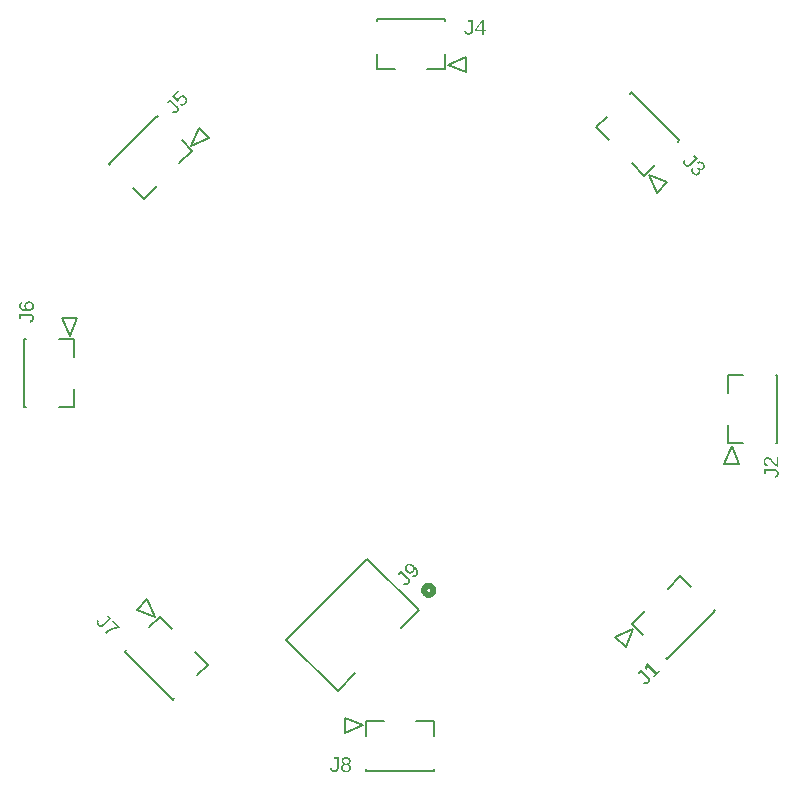
<source format=gbr>
G04 EAGLE Gerber RS-274X export*
G75*
%MOMM*%
%FSLAX34Y34*%
%LPD*%
%INSilkscreen Top*%
%IPPOS*%
%AMOC8*
5,1,8,0,0,1.08239X$1,22.5*%
G01*
G04 Define Apertures*
%ADD10C,0.152400*%
%ADD11C,0.508000*%
G36*
X557367Y102788D02*
X556419Y103736D01*
X558643Y105959D01*
X551929Y112672D01*
X551366Y109297D01*
X550313Y110350D01*
X550957Y113830D01*
X551985Y114859D01*
X559764Y107080D01*
X561888Y109204D01*
X562836Y108257D01*
X557367Y102788D01*
G37*
G36*
X550364Y96987D02*
X550051Y97014D01*
X549733Y97073D01*
X549412Y97163D01*
X549087Y97286D01*
X548758Y97441D01*
X548426Y97627D01*
X548090Y97846D01*
X549056Y99196D01*
X549263Y99053D01*
X549468Y98930D01*
X549673Y98824D01*
X549876Y98738D01*
X550078Y98669D01*
X550280Y98620D01*
X550480Y98589D01*
X550678Y98577D01*
X550873Y98583D01*
X551062Y98608D01*
X551244Y98652D01*
X551420Y98714D01*
X551589Y98796D01*
X551752Y98896D01*
X551909Y99015D01*
X552059Y99153D01*
X552209Y99316D01*
X552337Y99485D01*
X552442Y99660D01*
X552525Y99839D01*
X552585Y100024D01*
X552623Y100214D01*
X552639Y100410D01*
X552632Y100611D01*
X552602Y100815D01*
X552548Y101021D01*
X552469Y101228D01*
X552365Y101436D01*
X552237Y101645D01*
X552085Y101855D01*
X551908Y102067D01*
X551706Y102280D01*
X546523Y107464D01*
X544844Y105785D01*
X543878Y106752D01*
X546733Y109607D01*
X552858Y103482D01*
X553156Y103162D01*
X553416Y102838D01*
X553638Y102509D01*
X553821Y102176D01*
X553965Y101838D01*
X554071Y101495D01*
X554139Y101148D01*
X554168Y100797D01*
X554159Y100446D01*
X554111Y100103D01*
X554025Y99766D01*
X553900Y99437D01*
X553736Y99114D01*
X553534Y98798D01*
X553293Y98489D01*
X553013Y98186D01*
X552734Y97925D01*
X552451Y97696D01*
X552164Y97499D01*
X551874Y97334D01*
X551580Y97200D01*
X551281Y97099D01*
X550979Y97030D01*
X550674Y96993D01*
X550364Y96987D01*
G37*
G36*
X662940Y281355D02*
X661828Y281355D01*
X661330Y281591D01*
X660863Y281851D01*
X660426Y282136D01*
X660019Y282446D01*
X659636Y282772D01*
X659272Y283106D01*
X658927Y283448D01*
X658600Y283799D01*
X657988Y284505D01*
X657422Y285205D01*
X656879Y285867D01*
X656336Y286462D01*
X656061Y286728D01*
X655780Y286969D01*
X655492Y287182D01*
X655197Y287368D01*
X654890Y287519D01*
X654562Y287628D01*
X654215Y287692D01*
X653849Y287714D01*
X653602Y287705D01*
X653369Y287677D01*
X653151Y287630D01*
X652947Y287565D01*
X652757Y287481D01*
X652581Y287379D01*
X652419Y287258D01*
X652272Y287119D01*
X652141Y286962D01*
X652027Y286792D01*
X651931Y286607D01*
X651852Y286407D01*
X651790Y286193D01*
X651747Y285964D01*
X651720Y285721D01*
X651712Y285463D01*
X651720Y285217D01*
X651746Y284982D01*
X651789Y284758D01*
X651848Y284545D01*
X651925Y284343D01*
X652019Y284152D01*
X652131Y283972D01*
X652259Y283803D01*
X652403Y283649D01*
X652560Y283511D01*
X652732Y283390D01*
X652917Y283286D01*
X653116Y283198D01*
X653329Y283128D01*
X653556Y283074D01*
X653796Y283037D01*
X653647Y281425D01*
X653287Y281483D01*
X652945Y281570D01*
X652622Y281684D01*
X652318Y281827D01*
X652033Y281999D01*
X651767Y282198D01*
X651520Y282426D01*
X651291Y282682D01*
X651086Y282962D01*
X650908Y283262D01*
X650757Y283580D01*
X650634Y283918D01*
X650538Y284276D01*
X650470Y284652D01*
X650429Y285048D01*
X650415Y285463D01*
X650429Y285916D01*
X650470Y286342D01*
X650539Y286741D01*
X650635Y287113D01*
X650759Y287458D01*
X650910Y287776D01*
X651089Y288067D01*
X651296Y288332D01*
X651527Y288567D01*
X651782Y288770D01*
X652060Y288943D01*
X652361Y289084D01*
X652685Y289193D01*
X653032Y289272D01*
X653403Y289319D01*
X653796Y289334D01*
X654155Y289314D01*
X654512Y289252D01*
X654868Y289150D01*
X655224Y289006D01*
X655578Y288822D01*
X655933Y288598D01*
X656288Y288333D01*
X656643Y288029D01*
X657046Y287631D01*
X657547Y287086D01*
X658145Y286392D01*
X658841Y285551D01*
X659243Y285073D01*
X659624Y284646D01*
X659985Y284271D01*
X660326Y283948D01*
X660653Y283671D01*
X660975Y283436D01*
X661290Y283242D01*
X661600Y283090D01*
X661600Y289527D01*
X662940Y289527D01*
X662940Y281355D01*
G37*
G36*
X659875Y271765D02*
X659603Y273403D01*
X659850Y273448D01*
X660083Y273506D01*
X660302Y273576D01*
X660507Y273659D01*
X660699Y273754D01*
X660876Y273861D01*
X661039Y273980D01*
X661188Y274112D01*
X661322Y274254D01*
X661437Y274405D01*
X661535Y274565D01*
X661615Y274734D01*
X661678Y274911D01*
X661722Y275097D01*
X661749Y275292D01*
X661758Y275496D01*
X661748Y275718D01*
X661718Y275927D01*
X661670Y276125D01*
X661601Y276310D01*
X661513Y276484D01*
X661405Y276645D01*
X661278Y276795D01*
X661131Y276932D01*
X660966Y277055D01*
X660782Y277162D01*
X660580Y277253D01*
X660360Y277326D01*
X660121Y277384D01*
X659864Y277425D01*
X659590Y277450D01*
X659296Y277458D01*
X651966Y277458D01*
X651966Y275084D01*
X650599Y275084D01*
X650599Y279122D01*
X659261Y279122D01*
X659698Y279107D01*
X660111Y279061D01*
X660500Y278985D01*
X660865Y278879D01*
X661206Y278742D01*
X661524Y278575D01*
X661817Y278378D01*
X662086Y278150D01*
X662327Y277895D01*
X662536Y277619D01*
X662713Y277320D01*
X662858Y276998D01*
X662970Y276654D01*
X663051Y276287D01*
X663099Y275899D01*
X663115Y275487D01*
X663103Y275105D01*
X663065Y274743D01*
X663001Y274401D01*
X662913Y274079D01*
X662799Y273776D01*
X662659Y273494D01*
X662495Y273231D01*
X662305Y272989D01*
X662090Y272766D01*
X661849Y272563D01*
X661583Y272380D01*
X661292Y272217D01*
X660976Y272074D01*
X660634Y271951D01*
X660267Y271848D01*
X659875Y271765D01*
G37*
G36*
X593626Y527706D02*
X593272Y527711D01*
X592914Y527758D01*
X592557Y527846D01*
X592200Y527976D01*
X591843Y528146D01*
X591486Y528358D01*
X591130Y528611D01*
X590773Y528906D01*
X590417Y529241D01*
X590103Y529573D01*
X589825Y529908D01*
X589582Y530244D01*
X589375Y530582D01*
X589203Y530922D01*
X589066Y531264D01*
X588965Y531608D01*
X588900Y531954D01*
X588871Y532300D01*
X588879Y532643D01*
X588926Y532985D01*
X589011Y533324D01*
X589134Y533661D01*
X589294Y533996D01*
X589493Y534329D01*
X589729Y534660D01*
X590987Y533614D01*
X590833Y533392D01*
X590702Y533172D01*
X590595Y532953D01*
X590512Y532734D01*
X590452Y532516D01*
X590415Y532298D01*
X590402Y532081D01*
X590412Y531866D01*
X590446Y531650D01*
X590503Y531436D01*
X590584Y531222D01*
X590688Y531009D01*
X590816Y530797D01*
X590967Y530585D01*
X591142Y530374D01*
X591340Y530164D01*
X591551Y529965D01*
X591764Y529791D01*
X591979Y529641D01*
X592195Y529516D01*
X592413Y529415D01*
X592633Y529338D01*
X592854Y529285D01*
X593077Y529257D01*
X593299Y529254D01*
X593520Y529279D01*
X593737Y529332D01*
X593952Y529412D01*
X594165Y529520D01*
X594376Y529655D01*
X594584Y529818D01*
X594789Y530009D01*
X594954Y530191D01*
X595092Y530380D01*
X595202Y530576D01*
X595286Y530780D01*
X595343Y530991D01*
X595373Y531210D01*
X595377Y531436D01*
X595353Y531669D01*
X595302Y531907D01*
X595223Y532148D01*
X595117Y532392D01*
X594983Y532638D01*
X594821Y532887D01*
X594632Y533139D01*
X594415Y533393D01*
X594170Y533651D01*
X593538Y534282D01*
X594504Y535249D01*
X595111Y534642D01*
X595340Y534425D01*
X595569Y534234D01*
X595797Y534068D01*
X596025Y533928D01*
X596252Y533813D01*
X596479Y533723D01*
X596706Y533659D01*
X596932Y533620D01*
X597155Y533606D01*
X597372Y533618D01*
X597582Y533655D01*
X597787Y533717D01*
X597985Y533805D01*
X598177Y533918D01*
X598363Y534057D01*
X598542Y534220D01*
X598706Y534397D01*
X598848Y534578D01*
X598968Y534762D01*
X599066Y534950D01*
X599141Y535141D01*
X599195Y535336D01*
X599227Y535535D01*
X599236Y535738D01*
X599222Y535942D01*
X599183Y536146D01*
X599118Y536350D01*
X599029Y536554D01*
X598914Y536757D01*
X598774Y536961D01*
X598609Y537164D01*
X598419Y537367D01*
X598233Y537541D01*
X598044Y537694D01*
X597852Y537827D01*
X597658Y537939D01*
X597460Y538030D01*
X597259Y538101D01*
X597055Y538151D01*
X596849Y538181D01*
X596641Y538190D01*
X596437Y538177D01*
X596234Y538142D01*
X596033Y538086D01*
X595835Y538008D01*
X595639Y537909D01*
X595445Y537788D01*
X595254Y537645D01*
X594220Y538853D01*
X594521Y539073D01*
X594828Y539257D01*
X595140Y539407D01*
X595457Y539523D01*
X595780Y539603D01*
X596108Y539649D01*
X596442Y539660D01*
X596780Y539636D01*
X597119Y539579D01*
X597453Y539490D01*
X597782Y539367D01*
X598105Y539213D01*
X598423Y539026D01*
X598737Y538807D01*
X599045Y538555D01*
X599348Y538271D01*
X599657Y537942D01*
X599929Y537613D01*
X600164Y537283D01*
X600362Y536952D01*
X600522Y536620D01*
X600645Y536287D01*
X600730Y535954D01*
X600778Y535620D01*
X600789Y535290D01*
X600762Y534967D01*
X600697Y534652D01*
X600594Y534344D01*
X600454Y534045D01*
X600275Y533753D01*
X600059Y533469D01*
X599806Y533192D01*
X599594Y532996D01*
X599378Y532823D01*
X599157Y532675D01*
X598931Y532551D01*
X598700Y532452D01*
X598465Y532377D01*
X598224Y532327D01*
X597979Y532301D01*
X597730Y532299D01*
X597478Y532320D01*
X597223Y532366D01*
X596966Y532435D01*
X596706Y532528D01*
X596444Y532645D01*
X596178Y532786D01*
X595910Y532951D01*
X595886Y532926D01*
X596090Y532655D01*
X596267Y532383D01*
X596417Y532112D01*
X596539Y531839D01*
X596634Y531567D01*
X596701Y531293D01*
X596740Y531020D01*
X596753Y530746D01*
X596738Y530476D01*
X596698Y530214D01*
X596631Y529961D01*
X596539Y529715D01*
X596421Y529477D01*
X596276Y529248D01*
X596106Y529027D01*
X595910Y528814D01*
X595605Y528532D01*
X595293Y528292D01*
X594973Y528093D01*
X594647Y527934D01*
X594314Y527817D01*
X593973Y527741D01*
X593626Y527706D01*
G37*
G36*
X585979Y535134D02*
X585629Y535143D01*
X585286Y535191D01*
X584949Y535278D01*
X584619Y535403D01*
X584296Y535566D01*
X583980Y535769D01*
X583671Y536010D01*
X583369Y536289D01*
X583108Y536568D01*
X582879Y536851D01*
X582682Y537138D01*
X582516Y537428D01*
X582383Y537723D01*
X582282Y538021D01*
X582213Y538323D01*
X582175Y538629D01*
X582170Y538938D01*
X582197Y539252D01*
X582255Y539569D01*
X582346Y539890D01*
X582469Y540215D01*
X582623Y540544D01*
X582810Y540876D01*
X583028Y541213D01*
X584379Y540247D01*
X584236Y540040D01*
X584112Y539834D01*
X584007Y539629D01*
X583920Y539426D01*
X583852Y539224D01*
X583803Y539023D01*
X583772Y538823D01*
X583759Y538624D01*
X583765Y538429D01*
X583791Y538240D01*
X583834Y538058D01*
X583897Y537882D01*
X583978Y537713D01*
X584079Y537550D01*
X584197Y537393D01*
X584335Y537243D01*
X584499Y537093D01*
X584668Y536965D01*
X584842Y536860D01*
X585022Y536778D01*
X585207Y536717D01*
X585397Y536679D01*
X585593Y536663D01*
X585794Y536670D01*
X585998Y536700D01*
X586203Y536754D01*
X586410Y536834D01*
X586618Y536937D01*
X586827Y537065D01*
X587038Y537217D01*
X587250Y537394D01*
X587463Y537596D01*
X592646Y542780D01*
X590968Y544458D01*
X591934Y545424D01*
X594789Y542569D01*
X588664Y536444D01*
X588345Y536146D01*
X588020Y535886D01*
X587692Y535665D01*
X587358Y535482D01*
X587020Y535337D01*
X586678Y535231D01*
X586331Y535163D01*
X585979Y535134D01*
G37*
G36*
X413333Y647047D02*
X411844Y647047D01*
X411844Y649841D01*
X406028Y649841D01*
X406028Y651067D01*
X411678Y659388D01*
X413333Y659388D01*
X413333Y651085D01*
X415067Y651085D01*
X415067Y649841D01*
X413333Y649841D01*
X413333Y647047D01*
G37*
%LPC*%
G36*
X411844Y651085D02*
X411844Y657610D01*
X411599Y657146D01*
X411257Y656568D01*
X408095Y651908D01*
X407622Y651260D01*
X407482Y651085D01*
X411844Y651085D01*
G37*
%LPD*%
G36*
X400651Y646872D02*
X400269Y646885D01*
X399907Y646923D01*
X399564Y646986D01*
X399242Y647075D01*
X398940Y647189D01*
X398657Y647328D01*
X398395Y647492D01*
X398152Y647682D01*
X397930Y647898D01*
X397727Y648138D01*
X397544Y648404D01*
X397381Y648695D01*
X397238Y649011D01*
X397115Y649353D01*
X397012Y649720D01*
X396928Y650113D01*
X398566Y650384D01*
X398612Y650137D01*
X398670Y649904D01*
X398740Y649685D01*
X398822Y649480D01*
X398917Y649289D01*
X399024Y649112D01*
X399144Y648948D01*
X399276Y648799D01*
X399418Y648666D01*
X399569Y648550D01*
X399729Y648452D01*
X399897Y648372D01*
X400075Y648310D01*
X400261Y648265D01*
X400456Y648239D01*
X400659Y648230D01*
X400881Y648240D01*
X401091Y648269D01*
X401288Y648318D01*
X401474Y648386D01*
X401647Y648474D01*
X401809Y648582D01*
X401958Y648709D01*
X402096Y648856D01*
X402219Y649022D01*
X402326Y649205D01*
X402416Y649408D01*
X402490Y649628D01*
X402547Y649866D01*
X402588Y650123D01*
X402613Y650398D01*
X402621Y650691D01*
X402621Y658022D01*
X400248Y658022D01*
X400248Y659388D01*
X404285Y659388D01*
X404285Y650726D01*
X404270Y650289D01*
X404225Y649876D01*
X404149Y649487D01*
X404042Y649122D01*
X403906Y648781D01*
X403739Y648464D01*
X403541Y648171D01*
X403313Y647901D01*
X403059Y647660D01*
X402782Y647451D01*
X402483Y647274D01*
X402162Y647129D01*
X401817Y647017D01*
X401451Y646936D01*
X401062Y646888D01*
X400651Y646872D01*
G37*
G36*
X157768Y586906D02*
X157453Y586932D01*
X157141Y586990D01*
X156831Y587081D01*
X156523Y587203D01*
X156217Y587358D01*
X155914Y587544D01*
X156911Y588802D01*
X157117Y588693D01*
X157320Y588604D01*
X157523Y588533D01*
X157724Y588481D01*
X157923Y588448D01*
X158121Y588434D01*
X158317Y588438D01*
X158512Y588461D01*
X158706Y588503D01*
X158898Y588564D01*
X159089Y588643D01*
X159278Y588741D01*
X159466Y588858D01*
X159652Y588994D01*
X159837Y589149D01*
X160020Y589322D01*
X160230Y589549D01*
X160411Y589780D01*
X160563Y590017D01*
X160685Y590258D01*
X160779Y590504D01*
X160843Y590754D01*
X160878Y591010D01*
X160884Y591270D01*
X160862Y591531D01*
X160810Y591788D01*
X160730Y592043D01*
X160622Y592294D01*
X160485Y592542D01*
X160319Y592787D01*
X160125Y593029D01*
X159903Y593267D01*
X159694Y593460D01*
X159479Y593627D01*
X159258Y593769D01*
X159030Y593884D01*
X158797Y593974D01*
X158557Y594037D01*
X158312Y594075D01*
X158060Y594088D01*
X157808Y594073D01*
X157560Y594032D01*
X157318Y593964D01*
X157079Y593869D01*
X156846Y593746D01*
X156617Y593597D01*
X156394Y593421D01*
X156174Y593217D01*
X155961Y592986D01*
X155773Y592745D01*
X155611Y592494D01*
X155475Y592233D01*
X155363Y591954D01*
X155276Y591651D01*
X155214Y591322D01*
X155177Y590969D01*
X154087Y589879D01*
X149684Y594865D01*
X154645Y599826D01*
X155592Y598878D01*
X151647Y594933D01*
X154248Y591997D01*
X154304Y592315D01*
X154389Y592626D01*
X154502Y592930D01*
X154643Y593228D01*
X154813Y593520D01*
X155011Y593805D01*
X155238Y594084D01*
X155493Y594357D01*
X155819Y594659D01*
X156152Y594921D01*
X156492Y595143D01*
X156839Y595325D01*
X157194Y595468D01*
X157556Y595570D01*
X157925Y595632D01*
X158302Y595654D01*
X158677Y595638D01*
X159043Y595583D01*
X159399Y595489D01*
X159746Y595358D01*
X160083Y595188D01*
X160410Y594980D01*
X160728Y594734D01*
X161036Y594450D01*
X161359Y594101D01*
X161639Y593745D01*
X161874Y593381D01*
X162065Y593011D01*
X162212Y592633D01*
X162315Y592248D01*
X162374Y591855D01*
X162389Y591455D01*
X162360Y591055D01*
X162286Y590659D01*
X162168Y590268D01*
X162005Y589882D01*
X161797Y589501D01*
X161545Y589124D01*
X161248Y588753D01*
X160906Y588387D01*
X160600Y588097D01*
X160292Y587839D01*
X159982Y587613D01*
X159670Y587417D01*
X159357Y587254D01*
X159041Y587121D01*
X158724Y587020D01*
X158404Y586950D01*
X158085Y586912D01*
X157768Y586906D01*
G37*
G36*
X151320Y580251D02*
X151007Y580278D01*
X150690Y580337D01*
X150369Y580427D01*
X150044Y580550D01*
X149715Y580705D01*
X149382Y580891D01*
X149046Y581110D01*
X150012Y582460D01*
X150219Y582317D01*
X150425Y582194D01*
X150629Y582088D01*
X150833Y582002D01*
X151035Y581933D01*
X151236Y581884D01*
X151436Y581853D01*
X151635Y581841D01*
X151830Y581847D01*
X152018Y581872D01*
X152201Y581916D01*
X152376Y581978D01*
X152546Y582060D01*
X152709Y582160D01*
X152866Y582279D01*
X153016Y582416D01*
X153166Y582580D01*
X153293Y582749D01*
X153398Y582923D01*
X153481Y583103D01*
X153542Y583288D01*
X153580Y583478D01*
X153595Y583674D01*
X153589Y583875D01*
X153559Y584079D01*
X153504Y584285D01*
X153425Y584491D01*
X153322Y584699D01*
X153194Y584909D01*
X153041Y585119D01*
X152864Y585331D01*
X152663Y585544D01*
X147479Y590728D01*
X145801Y589049D01*
X144835Y590016D01*
X147690Y592871D01*
X153815Y586746D01*
X154113Y586426D01*
X154373Y586102D01*
X154594Y585773D01*
X154777Y585440D01*
X154922Y585102D01*
X155028Y584759D01*
X155095Y584412D01*
X155125Y584061D01*
X155115Y583710D01*
X155068Y583367D01*
X154981Y583030D01*
X154856Y582701D01*
X154692Y582378D01*
X154490Y582062D01*
X154249Y581753D01*
X153970Y581450D01*
X153691Y581189D01*
X153408Y580960D01*
X153121Y580763D01*
X152830Y580598D01*
X152536Y580464D01*
X152238Y580363D01*
X151936Y580294D01*
X151630Y580257D01*
X151320Y580251D01*
G37*
G36*
X26544Y412878D02*
X25766Y412896D01*
X25035Y412949D01*
X24349Y413039D01*
X23711Y413164D01*
X23119Y413326D01*
X22573Y413523D01*
X22074Y413756D01*
X21622Y414025D01*
X21220Y414327D01*
X20871Y414659D01*
X20576Y415022D01*
X20334Y415415D01*
X20147Y415839D01*
X20073Y416062D01*
X20013Y416293D01*
X19966Y416531D01*
X19932Y416777D01*
X19912Y417031D01*
X19905Y417292D01*
X19915Y417633D01*
X19945Y417958D01*
X19994Y418267D01*
X20062Y418560D01*
X20151Y418836D01*
X20259Y419097D01*
X20386Y419341D01*
X20534Y419569D01*
X20701Y419781D01*
X20887Y419977D01*
X21093Y420157D01*
X21319Y420320D01*
X21565Y420468D01*
X21830Y420599D01*
X22115Y420714D01*
X22419Y420813D01*
X22691Y419306D01*
X22337Y419173D01*
X22031Y419005D01*
X21773Y418803D01*
X21561Y418566D01*
X21396Y418295D01*
X21278Y417989D01*
X21208Y417649D01*
X21184Y417274D01*
X21204Y416947D01*
X21263Y416638D01*
X21361Y416348D01*
X21498Y416078D01*
X21675Y415826D01*
X21891Y415594D01*
X22146Y415380D01*
X22441Y415185D01*
X22773Y415012D01*
X23140Y414862D01*
X23542Y414734D01*
X23979Y414630D01*
X24452Y414549D01*
X24959Y414492D01*
X25502Y414457D01*
X26080Y414445D01*
X25705Y414682D01*
X25378Y414962D01*
X25099Y415286D01*
X24867Y415654D01*
X24685Y416058D01*
X24555Y416491D01*
X24510Y416717D01*
X24477Y416951D01*
X24457Y417193D01*
X24451Y417441D01*
X24468Y417857D01*
X24518Y418251D01*
X24601Y418623D01*
X24718Y418972D01*
X24868Y419300D01*
X25052Y419606D01*
X25269Y419890D01*
X25520Y420152D01*
X25798Y420387D01*
X26100Y420590D01*
X26424Y420763D01*
X26772Y420904D01*
X27143Y421013D01*
X27536Y421092D01*
X27953Y421139D01*
X28392Y421154D01*
X28868Y421138D01*
X29317Y421088D01*
X29741Y421005D01*
X30140Y420889D01*
X30512Y420740D01*
X30859Y420558D01*
X31180Y420343D01*
X31475Y420095D01*
X31740Y419817D01*
X31970Y419514D01*
X32164Y419186D01*
X32323Y418833D01*
X32446Y418455D01*
X32535Y418052D01*
X32588Y417623D01*
X32605Y417169D01*
X32599Y416913D01*
X32581Y416663D01*
X32508Y416188D01*
X32387Y415744D01*
X32218Y415330D01*
X32000Y414947D01*
X31733Y414594D01*
X31418Y414272D01*
X31055Y413981D01*
X30645Y413723D01*
X30192Y413498D01*
X29694Y413309D01*
X29152Y413154D01*
X28566Y413033D01*
X27936Y412947D01*
X27262Y412895D01*
X26544Y412878D01*
G37*
%LPC*%
G36*
X28086Y414603D02*
X28435Y414614D01*
X28767Y414647D01*
X29084Y414702D01*
X29384Y414779D01*
X29668Y414878D01*
X29937Y415000D01*
X30189Y415143D01*
X30424Y415308D01*
X30638Y415491D01*
X30823Y415686D01*
X30979Y415893D01*
X31107Y416113D01*
X31207Y416345D01*
X31278Y416590D01*
X31321Y416847D01*
X31335Y417117D01*
X31323Y417394D01*
X31287Y417655D01*
X31227Y417902D01*
X31144Y418133D01*
X31036Y418348D01*
X30904Y418549D01*
X30748Y418734D01*
X30569Y418903D01*
X30368Y419055D01*
X30150Y419187D01*
X29913Y419298D01*
X29659Y419390D01*
X29387Y419460D01*
X29097Y419511D01*
X28788Y419541D01*
X28462Y419552D01*
X28137Y419541D01*
X27831Y419511D01*
X27544Y419459D01*
X27276Y419387D01*
X27027Y419295D01*
X26797Y419182D01*
X26587Y419049D01*
X26395Y418895D01*
X26225Y418722D01*
X26077Y418534D01*
X25952Y418329D01*
X25850Y418109D01*
X25771Y417872D01*
X25714Y417619D01*
X25680Y417350D01*
X25668Y417064D01*
X25678Y416795D01*
X25709Y416539D01*
X25759Y416296D01*
X25829Y416067D01*
X25920Y415851D01*
X26031Y415648D01*
X26161Y415458D01*
X26312Y415282D01*
X26481Y415123D01*
X26664Y414985D01*
X26863Y414868D01*
X27077Y414773D01*
X27307Y414698D01*
X27551Y414645D01*
X27811Y414614D01*
X28086Y414603D01*
G37*
%LPD*%
G36*
X29365Y403278D02*
X29093Y404916D01*
X29340Y404962D01*
X29573Y405020D01*
X29792Y405090D01*
X29997Y405172D01*
X30189Y405267D01*
X30366Y405374D01*
X30529Y405494D01*
X30678Y405626D01*
X30812Y405768D01*
X30927Y405919D01*
X31025Y406079D01*
X31105Y406247D01*
X31168Y406425D01*
X31212Y406611D01*
X31239Y406806D01*
X31248Y407009D01*
X31238Y407231D01*
X31208Y407441D01*
X31160Y407638D01*
X31091Y407824D01*
X31003Y407997D01*
X30895Y408159D01*
X30768Y408308D01*
X30621Y408446D01*
X30456Y408569D01*
X30272Y408676D01*
X30070Y408766D01*
X29850Y408840D01*
X29611Y408897D01*
X29354Y408938D01*
X29080Y408963D01*
X28786Y408971D01*
X21456Y408971D01*
X21456Y406598D01*
X20089Y406598D01*
X20089Y410635D01*
X28751Y410635D01*
X29188Y410620D01*
X29601Y410575D01*
X29990Y410499D01*
X30355Y410392D01*
X30696Y410256D01*
X31014Y410089D01*
X31307Y409891D01*
X31576Y409663D01*
X31817Y409409D01*
X32026Y409132D01*
X32203Y408833D01*
X32348Y408511D01*
X32460Y408167D01*
X32541Y407801D01*
X32589Y407412D01*
X32605Y407001D01*
X32593Y406619D01*
X32555Y406257D01*
X32491Y405914D01*
X32403Y405592D01*
X32289Y405290D01*
X32149Y405007D01*
X31985Y404745D01*
X31795Y404502D01*
X31580Y404280D01*
X31339Y404077D01*
X31073Y403894D01*
X30782Y403731D01*
X30466Y403588D01*
X30124Y403465D01*
X29757Y403362D01*
X29365Y403278D01*
G37*
G36*
X89381Y145615D02*
X89030Y145625D01*
X88687Y145673D01*
X88350Y145759D01*
X88020Y145884D01*
X87698Y146048D01*
X87382Y146250D01*
X87072Y146491D01*
X86770Y146771D01*
X86509Y147050D01*
X86280Y147332D01*
X86083Y147619D01*
X85917Y147910D01*
X85784Y148204D01*
X85683Y148502D01*
X85614Y148804D01*
X85576Y149110D01*
X85571Y149420D01*
X85598Y149733D01*
X85656Y150050D01*
X85747Y150372D01*
X85870Y150696D01*
X86024Y151025D01*
X86211Y151358D01*
X86429Y151694D01*
X87780Y150728D01*
X87637Y150521D01*
X87513Y150315D01*
X87408Y150111D01*
X87321Y149907D01*
X87253Y149705D01*
X87204Y149504D01*
X87173Y149304D01*
X87160Y149105D01*
X87167Y148910D01*
X87192Y148722D01*
X87235Y148540D01*
X87298Y148364D01*
X87379Y148194D01*
X87480Y148031D01*
X87599Y147875D01*
X87736Y147724D01*
X87900Y147574D01*
X88069Y147447D01*
X88243Y147342D01*
X88423Y147259D01*
X88608Y147199D01*
X88798Y147161D01*
X88994Y147145D01*
X89195Y147151D01*
X89399Y147181D01*
X89604Y147236D01*
X89811Y147315D01*
X90019Y147418D01*
X90228Y147546D01*
X90439Y147699D01*
X90651Y147876D01*
X90864Y148077D01*
X96048Y153261D01*
X94369Y154939D01*
X95335Y155906D01*
X98190Y153050D01*
X92065Y146925D01*
X91746Y146627D01*
X91421Y146367D01*
X91093Y146146D01*
X90759Y145963D01*
X90421Y145819D01*
X90079Y145712D01*
X89732Y145645D01*
X89381Y145615D01*
G37*
G36*
X93830Y139958D02*
X92666Y141122D01*
X93098Y141532D01*
X93558Y141925D01*
X94045Y142302D01*
X94560Y142661D01*
X95102Y143004D01*
X95672Y143331D01*
X96270Y143641D01*
X96896Y143934D01*
X97559Y144213D01*
X98269Y144479D01*
X99027Y144734D01*
X99832Y144976D01*
X100684Y145206D01*
X101583Y145424D01*
X102529Y145630D01*
X103523Y145823D01*
X98835Y150511D01*
X99782Y151459D01*
X105548Y145693D01*
X104644Y144789D01*
X103058Y144442D01*
X101680Y144107D01*
X100512Y143785D01*
X99553Y143476D01*
X98717Y143157D01*
X97920Y142808D01*
X97161Y142428D01*
X96441Y142017D01*
X95752Y141569D01*
X95087Y141077D01*
X94446Y140540D01*
X94135Y140254D01*
X93830Y139958D01*
G37*
G36*
X296876Y22584D02*
X296394Y22599D01*
X295940Y22643D01*
X295512Y22716D01*
X295112Y22819D01*
X294738Y22951D01*
X294392Y23112D01*
X294072Y23302D01*
X293779Y23522D01*
X293518Y23768D01*
X293291Y24039D01*
X293099Y24335D01*
X292942Y24656D01*
X292820Y25001D01*
X292733Y25371D01*
X292680Y25765D01*
X292663Y26184D01*
X292674Y26480D01*
X292706Y26764D01*
X292760Y27037D01*
X292836Y27297D01*
X292933Y27544D01*
X293052Y27780D01*
X293193Y28004D01*
X293355Y28216D01*
X293534Y28412D01*
X293725Y28587D01*
X293928Y28743D01*
X294143Y28877D01*
X294370Y28992D01*
X294609Y29087D01*
X294861Y29161D01*
X295124Y29215D01*
X295124Y29250D01*
X294879Y29317D01*
X294647Y29402D01*
X294428Y29505D01*
X294223Y29624D01*
X294031Y29761D01*
X293852Y29915D01*
X293686Y30086D01*
X293534Y30274D01*
X293398Y30476D01*
X293279Y30686D01*
X293179Y30904D01*
X293097Y31131D01*
X293034Y31366D01*
X292988Y31610D01*
X292961Y31862D01*
X292952Y32122D01*
X292968Y32467D01*
X293018Y32794D01*
X293100Y33105D01*
X293216Y33399D01*
X293364Y33676D01*
X293545Y33937D01*
X293760Y34181D01*
X294007Y34408D01*
X294282Y34614D01*
X294580Y34792D01*
X294900Y34942D01*
X295243Y35065D01*
X295609Y35161D01*
X295997Y35230D01*
X296407Y35271D01*
X296841Y35284D01*
X297284Y35271D01*
X297704Y35231D01*
X298099Y35164D01*
X298471Y35070D01*
X298818Y34949D01*
X299142Y34801D01*
X299442Y34627D01*
X299718Y34426D01*
X299965Y34202D01*
X300180Y33959D01*
X300361Y33697D01*
X300509Y33417D01*
X300625Y33117D01*
X300707Y32799D01*
X300757Y32461D01*
X300773Y32105D01*
X300764Y31844D01*
X300736Y31592D01*
X300691Y31348D01*
X300626Y31113D01*
X300544Y30886D01*
X300443Y30668D01*
X300324Y30458D01*
X300186Y30257D01*
X300033Y30069D01*
X299866Y29899D01*
X299848Y29885D01*
X299686Y29748D01*
X299492Y29615D01*
X299285Y29501D01*
X299065Y29405D01*
X298831Y29327D01*
X298584Y29267D01*
X298584Y29232D01*
X298871Y29174D01*
X299142Y29097D01*
X299396Y29001D01*
X299635Y28885D01*
X299856Y28750D01*
X300062Y28596D01*
X300250Y28422D01*
X300389Y28267D01*
X300423Y28229D01*
X300577Y28020D01*
X300710Y27799D01*
X300823Y27564D01*
X300915Y27317D01*
X300987Y27058D01*
X301039Y26785D01*
X301069Y26500D01*
X301080Y26202D01*
X301063Y25786D01*
X301012Y25395D01*
X300927Y25027D01*
X300808Y24682D01*
X300655Y24361D01*
X300469Y24064D01*
X300248Y23790D01*
X299994Y23539D01*
X299707Y23315D01*
X299392Y23121D01*
X299046Y22957D01*
X298671Y22823D01*
X298267Y22719D01*
X297832Y22644D01*
X297369Y22599D01*
X296876Y22584D01*
G37*
%LPC*%
G36*
X296893Y23767D02*
X297205Y23776D01*
X297496Y23805D01*
X297766Y23854D01*
X298016Y23921D01*
X298246Y24008D01*
X298455Y24114D01*
X298643Y24240D01*
X298811Y24384D01*
X298959Y24550D01*
X299087Y24739D01*
X299196Y24950D01*
X299284Y25185D01*
X299353Y25442D01*
X299402Y25722D01*
X299432Y26025D01*
X299442Y26351D01*
X299431Y26629D01*
X299399Y26889D01*
X299346Y27132D01*
X299271Y27357D01*
X299175Y27564D01*
X299058Y27754D01*
X298919Y27926D01*
X298759Y28080D01*
X298579Y28217D01*
X298383Y28335D01*
X298169Y28435D01*
X297938Y28517D01*
X297689Y28581D01*
X297424Y28626D01*
X297141Y28654D01*
X296841Y28663D01*
X296549Y28653D01*
X296273Y28624D01*
X296015Y28575D01*
X295772Y28506D01*
X295546Y28418D01*
X295336Y28311D01*
X295143Y28183D01*
X294966Y28037D01*
X294808Y27873D01*
X294671Y27694D01*
X294555Y27501D01*
X294460Y27293D01*
X294387Y27071D01*
X294334Y26834D01*
X294302Y26582D01*
X294292Y26316D01*
X294302Y26007D01*
X294332Y25718D01*
X294383Y25449D01*
X294454Y25200D01*
X294546Y24972D01*
X294658Y24762D01*
X294790Y24573D01*
X294942Y24404D01*
X295115Y24255D01*
X295308Y24125D01*
X295521Y24016D01*
X295755Y23926D01*
X296009Y23856D01*
X296283Y23807D01*
X296578Y23777D01*
X296893Y23767D01*
G37*
G36*
X296858Y29845D02*
X297128Y29853D01*
X297381Y29877D01*
X297618Y29917D01*
X297838Y29973D01*
X298042Y30045D01*
X298229Y30133D01*
X298399Y30238D01*
X298553Y30358D01*
X298689Y30496D01*
X298808Y30654D01*
X298908Y30831D01*
X298990Y31029D01*
X299053Y31246D01*
X299099Y31483D01*
X299126Y31740D01*
X299135Y32017D01*
X299126Y32271D01*
X299099Y32508D01*
X299055Y32729D01*
X298992Y32933D01*
X298911Y33121D01*
X298813Y33293D01*
X298696Y33448D01*
X298562Y33587D01*
X298409Y33710D01*
X298239Y33816D01*
X298051Y33906D01*
X297845Y33980D01*
X297620Y34037D01*
X297378Y34078D01*
X297118Y34102D01*
X296841Y34111D01*
X296571Y34102D01*
X296318Y34078D01*
X296081Y34037D01*
X295861Y33979D01*
X295657Y33905D01*
X295470Y33815D01*
X295300Y33708D01*
X295146Y33585D01*
X295009Y33446D01*
X294891Y33290D01*
X294791Y33118D01*
X294709Y32930D01*
X294645Y32726D01*
X294600Y32506D01*
X294572Y32270D01*
X294563Y32017D01*
X294573Y31760D01*
X294601Y31519D01*
X294648Y31293D01*
X294713Y31083D01*
X294798Y30889D01*
X294901Y30711D01*
X295023Y30548D01*
X295163Y30401D01*
X295321Y30271D01*
X295494Y30158D01*
X295683Y30063D01*
X295887Y29984D01*
X296107Y29923D01*
X296342Y29880D01*
X296592Y29854D01*
X296858Y29845D01*
G37*
%LPD*%
G36*
X286917Y22584D02*
X286535Y22597D01*
X286173Y22635D01*
X285831Y22698D01*
X285509Y22787D01*
X285206Y22901D01*
X284924Y23040D01*
X284661Y23205D01*
X284419Y23395D01*
X284196Y23610D01*
X283993Y23850D01*
X283810Y24116D01*
X283647Y24407D01*
X283504Y24724D01*
X283381Y25066D01*
X283278Y25433D01*
X283195Y25825D01*
X284833Y26097D01*
X284878Y25850D01*
X284936Y25617D01*
X285006Y25397D01*
X285089Y25192D01*
X285184Y25001D01*
X285291Y24824D01*
X285410Y24661D01*
X285542Y24511D01*
X285684Y24378D01*
X285835Y24262D01*
X285995Y24164D01*
X286164Y24084D01*
X286341Y24022D01*
X286527Y23978D01*
X286722Y23951D01*
X286926Y23942D01*
X287148Y23952D01*
X287357Y23981D01*
X287555Y24030D01*
X287740Y24099D01*
X287914Y24187D01*
X288075Y24294D01*
X288225Y24421D01*
X288362Y24568D01*
X288485Y24734D01*
X288592Y24918D01*
X288683Y25120D01*
X288756Y25340D01*
X288814Y25579D01*
X288855Y25835D01*
X288880Y26110D01*
X288888Y26403D01*
X288888Y33734D01*
X286514Y33734D01*
X286514Y35100D01*
X290552Y35100D01*
X290552Y26438D01*
X290537Y26001D01*
X290491Y25588D01*
X290415Y25199D01*
X290309Y24834D01*
X290172Y24493D01*
X290005Y24176D01*
X289808Y23883D01*
X289580Y23614D01*
X289325Y23372D01*
X289049Y23163D01*
X288750Y22986D01*
X288428Y22842D01*
X288084Y22729D01*
X287717Y22649D01*
X287329Y22601D01*
X286917Y22584D01*
G37*
G36*
X354039Y187596D02*
X353763Y187618D01*
X353482Y187668D01*
X353195Y187745D01*
X352902Y187850D01*
X352604Y187982D01*
X352300Y188142D01*
X353198Y189374D01*
X353550Y189215D01*
X353893Y189115D01*
X354227Y189074D01*
X354552Y189092D01*
X354868Y189170D01*
X355175Y189307D01*
X355473Y189503D01*
X355619Y189623D01*
X355762Y189758D01*
X355982Y190005D01*
X356160Y190267D01*
X356296Y190543D01*
X356391Y190833D01*
X356445Y191137D01*
X356457Y191456D01*
X356428Y191789D01*
X356357Y192136D01*
X356246Y192495D01*
X356095Y192862D01*
X355905Y193237D01*
X355676Y193620D01*
X355407Y194011D01*
X355098Y194410D01*
X354750Y194817D01*
X354363Y195233D01*
X354431Y195030D01*
X354482Y194822D01*
X354514Y194610D01*
X354529Y194395D01*
X354526Y194175D01*
X354505Y193950D01*
X354466Y193722D01*
X354409Y193490D01*
X354336Y193258D01*
X354249Y193034D01*
X354148Y192817D01*
X354032Y192606D01*
X353902Y192403D01*
X353758Y192206D01*
X353600Y192016D01*
X353428Y191833D01*
X353128Y191559D01*
X352818Y191324D01*
X352498Y191130D01*
X352167Y190975D01*
X351826Y190860D01*
X351474Y190785D01*
X351112Y190750D01*
X350740Y190755D01*
X350365Y190799D01*
X349995Y190882D01*
X349632Y191003D01*
X349273Y191162D01*
X348921Y191361D01*
X348574Y191597D01*
X348233Y191872D01*
X347897Y192186D01*
X347576Y192531D01*
X347297Y192882D01*
X347061Y193238D01*
X346867Y193600D01*
X346715Y193968D01*
X346605Y194342D01*
X346538Y194721D01*
X346513Y195106D01*
X346531Y195491D01*
X346592Y195870D01*
X346696Y196244D01*
X346843Y196612D01*
X347034Y196974D01*
X347268Y197330D01*
X347545Y197681D01*
X347866Y198026D01*
X348049Y198201D01*
X348236Y198362D01*
X348617Y198642D01*
X349010Y198867D01*
X349414Y199036D01*
X349830Y199149D01*
X350258Y199206D01*
X350697Y199207D01*
X351148Y199153D01*
X351610Y199043D01*
X352083Y198875D01*
X352566Y198649D01*
X353059Y198367D01*
X353563Y198027D01*
X354077Y197630D01*
X354602Y197175D01*
X355137Y196664D01*
X355670Y196105D01*
X356145Y195553D01*
X356561Y195008D01*
X356920Y194470D01*
X357220Y193939D01*
X357462Y193415D01*
X357646Y192898D01*
X357772Y192387D01*
X357839Y191888D01*
X357847Y191405D01*
X357795Y190938D01*
X357683Y190487D01*
X357512Y190051D01*
X357404Y189840D01*
X357281Y189632D01*
X357144Y189429D01*
X356991Y189229D01*
X356824Y189033D01*
X356642Y188842D01*
X356386Y188599D01*
X356129Y188383D01*
X355872Y188193D01*
X355614Y188029D01*
X355355Y187891D01*
X355095Y187779D01*
X354835Y187693D01*
X354573Y187634D01*
X354309Y187601D01*
X354039Y187596D01*
G37*
%LPC*%
G36*
X351254Y192267D02*
X351498Y192286D01*
X351735Y192332D01*
X351965Y192406D01*
X352188Y192508D01*
X352404Y192637D01*
X352613Y192794D01*
X352814Y192979D01*
X353038Y193230D01*
X353225Y193500D01*
X353377Y193789D01*
X353493Y194096D01*
X353568Y194414D01*
X353598Y194733D01*
X353583Y195052D01*
X353524Y195372D01*
X353420Y195685D01*
X353272Y195982D01*
X353081Y196262D01*
X352845Y196527D01*
X352581Y196777D01*
X352314Y196998D01*
X352046Y197191D01*
X351775Y197356D01*
X351501Y197494D01*
X351226Y197603D01*
X350948Y197685D01*
X350668Y197738D01*
X350392Y197762D01*
X350126Y197756D01*
X349869Y197720D01*
X349623Y197654D01*
X349386Y197557D01*
X349158Y197430D01*
X348941Y197272D01*
X348733Y197085D01*
X348546Y196880D01*
X348386Y196669D01*
X348254Y196452D01*
X348150Y196228D01*
X348074Y195997D01*
X348025Y195760D01*
X348005Y195517D01*
X348012Y195267D01*
X348046Y195015D01*
X348107Y194766D01*
X348194Y194518D01*
X348308Y194274D01*
X348449Y194032D01*
X348616Y193792D01*
X348810Y193554D01*
X349030Y193319D01*
X349270Y193094D01*
X349511Y192896D01*
X349755Y192725D01*
X350000Y192581D01*
X350248Y192465D01*
X350498Y192375D01*
X350749Y192312D01*
X351003Y192276D01*
X351254Y192267D01*
G37*
%LPD*%
G36*
X347186Y180836D02*
X346873Y180863D01*
X346556Y180921D01*
X346234Y181012D01*
X345910Y181135D01*
X345581Y181289D01*
X345248Y181476D01*
X344912Y181695D01*
X345878Y183045D01*
X346085Y182902D01*
X346291Y182778D01*
X346495Y182673D01*
X346699Y182586D01*
X346901Y182518D01*
X347102Y182469D01*
X347302Y182438D01*
X347501Y182425D01*
X347696Y182432D01*
X347884Y182457D01*
X348066Y182501D01*
X348242Y182563D01*
X348412Y182645D01*
X348575Y182745D01*
X348731Y182864D01*
X348882Y183001D01*
X349032Y183165D01*
X349159Y183334D01*
X349264Y183508D01*
X349347Y183688D01*
X349407Y183873D01*
X349445Y184063D01*
X349461Y184259D01*
X349455Y184460D01*
X349425Y184664D01*
X349370Y184870D01*
X349291Y185076D01*
X349188Y185284D01*
X349060Y185494D01*
X348907Y185704D01*
X348730Y185916D01*
X348529Y186129D01*
X343345Y191313D01*
X341667Y189634D01*
X340700Y190600D01*
X343556Y193455D01*
X349681Y187330D01*
X349979Y187011D01*
X350239Y186686D01*
X350460Y186358D01*
X350643Y186024D01*
X350787Y185687D01*
X350894Y185344D01*
X350961Y184997D01*
X350991Y184646D01*
X350981Y184295D01*
X350933Y183952D01*
X350847Y183615D01*
X350722Y183285D01*
X350558Y182963D01*
X350356Y182647D01*
X350115Y182337D01*
X349835Y182035D01*
X349556Y181774D01*
X349274Y181545D01*
X348987Y181348D01*
X348696Y181182D01*
X348402Y181049D01*
X348104Y180948D01*
X347802Y180879D01*
X347496Y180841D01*
X347186Y180836D01*
G37*
D10*
X539832Y143576D02*
X533546Y128310D01*
X524565Y137290D01*
X539832Y143576D01*
X608379Y159939D02*
X609510Y158807D01*
X579812Y188506D02*
X568993Y177687D01*
X539153Y147847D02*
X547992Y139008D01*
X568852Y118149D02*
X609510Y158807D01*
X549972Y158666D02*
X539153Y147847D01*
X567720Y119280D02*
X568852Y118149D01*
X588651Y179667D02*
X579812Y188506D01*
X629920Y283570D02*
X623570Y298810D01*
X629920Y283570D02*
X617220Y283570D01*
X623570Y298810D01*
X660470Y358850D02*
X662070Y358850D01*
X620070Y358850D02*
X620070Y343550D01*
X620070Y301350D02*
X632570Y301350D01*
X662070Y301350D02*
X662070Y358850D01*
X620070Y316650D02*
X620070Y301350D01*
X660470Y301350D02*
X662070Y301350D01*
X632570Y358850D02*
X620070Y358850D01*
X568934Y522129D02*
X553667Y528416D01*
X568934Y522129D02*
X559954Y513149D01*
X553667Y528416D01*
X537305Y596962D02*
X538436Y598094D01*
X508738Y568395D02*
X519557Y557577D01*
X549397Y527737D02*
X558235Y536576D01*
X579095Y557435D02*
X538436Y598094D01*
X538578Y538555D02*
X549397Y527737D01*
X577964Y556304D02*
X579095Y557435D01*
X517577Y577234D02*
X508738Y568395D01*
X398420Y627997D02*
X383180Y621647D01*
X398420Y627997D02*
X398420Y615297D01*
X383180Y621647D01*
X323140Y658547D02*
X323140Y660147D01*
X323140Y618147D02*
X338440Y618147D01*
X380640Y618147D02*
X380640Y630647D01*
X380640Y660147D02*
X323140Y660147D01*
X365340Y618147D02*
X380640Y618147D01*
X380640Y658547D02*
X380640Y660147D01*
X323140Y630647D02*
X323140Y618147D01*
X171939Y568285D02*
X165653Y553019D01*
X171939Y568285D02*
X180920Y559305D01*
X165653Y553019D01*
X97106Y536656D02*
X95975Y537788D01*
X125673Y508089D02*
X136492Y518908D01*
X166332Y548748D02*
X157493Y557587D01*
X136633Y578446D02*
X95975Y537788D01*
X155513Y537929D02*
X166332Y548748D01*
X137765Y577315D02*
X136633Y578446D01*
X116834Y516928D02*
X125673Y508089D01*
X56560Y407310D02*
X62910Y392070D01*
X56560Y407310D02*
X69260Y407310D01*
X62910Y392070D01*
X26010Y332030D02*
X24410Y332030D01*
X66410Y332030D02*
X66410Y347330D01*
X66410Y389530D02*
X53910Y389530D01*
X24410Y389530D02*
X24410Y332030D01*
X66410Y374230D02*
X66410Y389530D01*
X26010Y389530D02*
X24410Y389530D01*
X53910Y332030D02*
X66410Y332030D01*
X119433Y159888D02*
X134700Y153602D01*
X128414Y168868D02*
X119433Y159888D01*
X128414Y168868D02*
X134700Y153602D01*
X151062Y85055D02*
X149931Y83924D01*
X179629Y113622D02*
X168811Y124441D01*
X138971Y154281D02*
X130132Y145442D01*
X109272Y124582D02*
X149931Y83924D01*
X149790Y143462D02*
X138971Y154281D01*
X110404Y125714D02*
X109272Y124582D01*
X170791Y104783D02*
X179629Y113622D01*
X296270Y55780D02*
X311510Y62130D01*
X296270Y55780D02*
X296270Y68480D01*
X311510Y62130D01*
X371550Y25230D02*
X371550Y23630D01*
X371550Y65630D02*
X356250Y65630D01*
X314050Y65630D02*
X314050Y53130D01*
X314050Y23630D02*
X371550Y23630D01*
X329350Y65630D02*
X314050Y65630D01*
X314050Y25230D02*
X314050Y23630D01*
X371550Y53130D02*
X371550Y65630D01*
X246223Y134748D02*
X314832Y203357D01*
X246223Y134748D02*
X289688Y91283D01*
X304740Y106335D01*
X358297Y159892D02*
X314832Y203357D01*
X358297Y159892D02*
X343245Y144840D01*
D11*
X364134Y173812D02*
X364049Y173900D01*
X363967Y173990D01*
X363888Y174083D01*
X363812Y174179D01*
X363738Y174276D01*
X363669Y174377D01*
X363602Y174479D01*
X363539Y174583D01*
X363479Y174690D01*
X363422Y174798D01*
X363369Y174908D01*
X363320Y175020D01*
X363274Y175133D01*
X363232Y175248D01*
X363193Y175364D01*
X363159Y175481D01*
X363128Y175599D01*
X363100Y175718D01*
X363077Y175838D01*
X363058Y175958D01*
X363042Y176079D01*
X363030Y176201D01*
X363022Y176323D01*
X363018Y176445D01*
X363018Y176567D01*
X363022Y176689D01*
X363030Y176811D01*
X363042Y176933D01*
X363058Y177054D01*
X363077Y177174D01*
X363100Y177294D01*
X363128Y177413D01*
X363159Y177531D01*
X363193Y177648D01*
X363232Y177764D01*
X363274Y177879D01*
X363320Y177992D01*
X363369Y178104D01*
X363422Y178214D01*
X363479Y178322D01*
X363539Y178429D01*
X363602Y178533D01*
X363669Y178635D01*
X363738Y178736D01*
X363812Y178833D01*
X363888Y178929D01*
X363967Y179022D01*
X364049Y179112D01*
X364134Y179200D01*
X364222Y179285D01*
X364312Y179367D01*
X364405Y179446D01*
X364501Y179522D01*
X364598Y179596D01*
X364699Y179665D01*
X364801Y179732D01*
X364905Y179795D01*
X365012Y179855D01*
X365120Y179912D01*
X365230Y179965D01*
X365342Y180014D01*
X365455Y180060D01*
X365570Y180102D01*
X365686Y180141D01*
X365803Y180175D01*
X365921Y180206D01*
X366040Y180234D01*
X366160Y180257D01*
X366280Y180276D01*
X366401Y180292D01*
X366523Y180304D01*
X366645Y180312D01*
X366767Y180316D01*
X366889Y180316D01*
X367011Y180312D01*
X367133Y180304D01*
X367255Y180292D01*
X367376Y180276D01*
X367496Y180257D01*
X367616Y180234D01*
X367735Y180206D01*
X367853Y180175D01*
X367970Y180141D01*
X368086Y180102D01*
X368201Y180060D01*
X368314Y180014D01*
X368426Y179965D01*
X368536Y179912D01*
X368644Y179855D01*
X368751Y179795D01*
X368855Y179732D01*
X368957Y179665D01*
X369058Y179596D01*
X369155Y179522D01*
X369251Y179446D01*
X369344Y179367D01*
X369434Y179285D01*
X369522Y179200D01*
X369607Y179112D01*
X369689Y179022D01*
X369768Y178929D01*
X369844Y178833D01*
X369918Y178736D01*
X369987Y178635D01*
X370054Y178533D01*
X370117Y178429D01*
X370177Y178322D01*
X370234Y178214D01*
X370287Y178104D01*
X370336Y177992D01*
X370382Y177879D01*
X370424Y177764D01*
X370463Y177648D01*
X370497Y177531D01*
X370528Y177413D01*
X370556Y177294D01*
X370579Y177174D01*
X370598Y177054D01*
X370614Y176933D01*
X370626Y176811D01*
X370634Y176689D01*
X370638Y176567D01*
X370638Y176445D01*
X370634Y176323D01*
X370626Y176201D01*
X370614Y176079D01*
X370598Y175958D01*
X370579Y175838D01*
X370556Y175718D01*
X370528Y175599D01*
X370497Y175481D01*
X370463Y175364D01*
X370424Y175248D01*
X370382Y175133D01*
X370336Y175020D01*
X370287Y174908D01*
X370234Y174798D01*
X370177Y174690D01*
X370117Y174583D01*
X370054Y174479D01*
X369987Y174377D01*
X369918Y174276D01*
X369844Y174179D01*
X369768Y174083D01*
X369689Y173990D01*
X369607Y173900D01*
X369522Y173812D01*
X369434Y173727D01*
X369344Y173645D01*
X369251Y173566D01*
X369155Y173490D01*
X369058Y173416D01*
X368957Y173347D01*
X368855Y173280D01*
X368751Y173217D01*
X368644Y173157D01*
X368536Y173100D01*
X368426Y173047D01*
X368314Y172998D01*
X368201Y172952D01*
X368086Y172910D01*
X367970Y172871D01*
X367853Y172837D01*
X367735Y172806D01*
X367616Y172778D01*
X367496Y172755D01*
X367376Y172736D01*
X367255Y172720D01*
X367133Y172708D01*
X367011Y172700D01*
X366889Y172696D01*
X366767Y172696D01*
X366645Y172700D01*
X366523Y172708D01*
X366401Y172720D01*
X366280Y172736D01*
X366160Y172755D01*
X366040Y172778D01*
X365921Y172806D01*
X365803Y172837D01*
X365686Y172871D01*
X365570Y172910D01*
X365455Y172952D01*
X365342Y172998D01*
X365230Y173047D01*
X365120Y173100D01*
X365012Y173157D01*
X364905Y173217D01*
X364801Y173280D01*
X364699Y173347D01*
X364598Y173416D01*
X364501Y173490D01*
X364405Y173566D01*
X364312Y173645D01*
X364222Y173727D01*
X364134Y173812D01*
M02*

</source>
